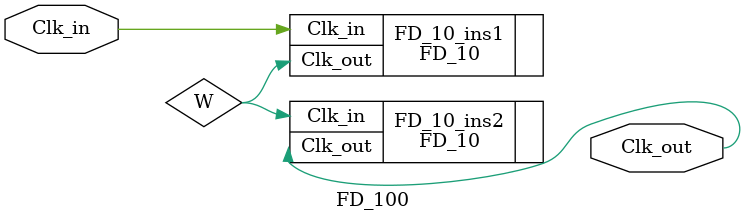
<source format=v>
`timescale 1ns / 1ps
module FD_100( Clk_in, Clk_out
    );
input		  Clk_in;
output  Clk_out;

FD_10 FD_10_ins1(.Clk_in(Clk_in), .Clk_out(W));
FD_10 FD_10_ins2(.Clk_in(W), .Clk_out(Clk_out));

endmodule

</source>
